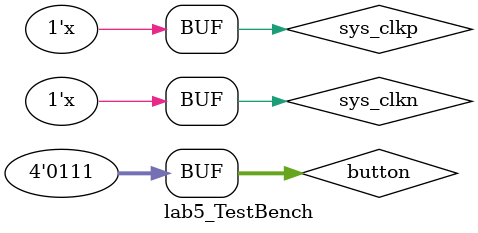
<source format=v>
`timescale 1ns / 1ps

module lab5_TestBench();
    //Declare wires and registers that will interface with the module under test
    //Registers are initilized to known states. Wires cannot be initilized.                 
    reg sys_clkn=1;
    wire sys_clkp;
    wire [7:0] led;
    reg [3:0] button;
    
    wire ADT7420_A0;
    wire ADT7420_A1;
    wire I2C_SCL_0;
    wire I2C_SDA_0;        
    reg FSM_Clk_reg;    
    reg ILA_Clk_reg;
    reg ACK_bit;
    reg SCL;
    reg SDA;
    wire [7:0] State_out;
    wire [15:0] Temperature; 
    //Invoke the module that we like to test
    I2C_Transmit ModuleUnderTest (.button(button),.led(led),.sys_clkn(sys_clkn),.sys_clkp(sys_clkp), .ADT7420_A0(ADT7420_A0), .ADT7420_A1(ADT7420_A1),
                                  .I2C_SCL_0(), .I2C_SDA_0(), .FSM_CLK_reg(FSM_Clk_reg), .LLA_Clk_reg(ILA_Clk_reg), .ACK_bit(ACK_bit), 
                                  .SCL(SCL), .SDA(SDA), .State_out(State_out), .Temperature(Temperature)   
                                  );
    
    

    
    // Generate a clock signal. The clock will change its state every 5ns.
    //Remember that the test module takes sys_clkp and sys_clkn as input clock signals.
    //From these two signals a clock signal, clk, is derived.
    //The LVDS clock signal, sys_clkn, is always in the opposite state than sys_clkp.     
    assign sys_clkp = ~sys_clkn;    
    always begin
        #5 sys_clkn = ~sys_clkn;
    end        
      
    initial begin          
            #0 button <= 4'b1111;                                                            
            #200 button <= 4'b0111;              //PRESS FOURTH (LEFTMOST BUTTON) to start FSM    
               
    end

endmodule

</source>
